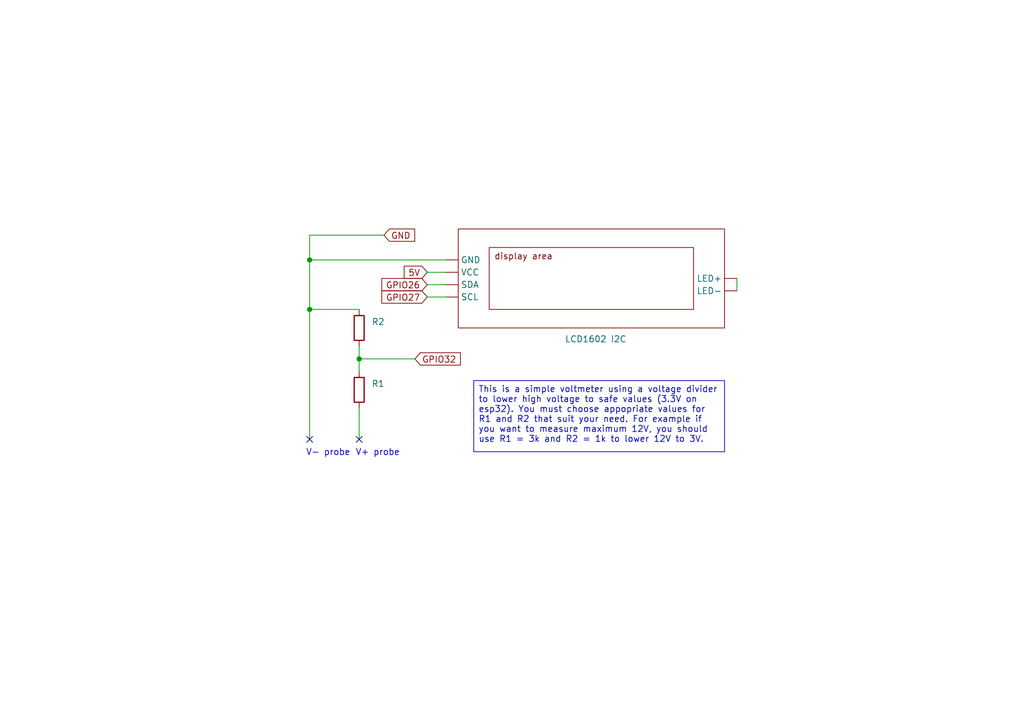
<source format=kicad_sch>
(kicad_sch (version 20250114) (generator "eeschema") (generator_version "9.0")
  (paper "A5")
  (lib_symbols
    (symbol "Device:R" (pin_numbers (hide yes)) (pin_names (offset 0))
      (property "Reference" "R" (at 2.032 0 90))
      (property "Value" "R" (at 0 0 90))
      (symbol "R_0_1"
        (rectangle (start -1.016 -2.54) (end 1.016 2.54) (stroke (width 0.254)))
      )
      (symbol "R_1_1"
        (pin passive line (at 0 3.81 270) (length 1.27) (name "~") (number "1"))
        (pin passive line (at 0 -3.81 90) (length 1.27) (name "~") (number "2"))
      )
    )
    (symbol "kicad-test:LCD1602_I2C"
      (property "Reference" "LCD1602 I2C" (at 16.002 0.762 0))
      (symbol "LCD1602_I2C_0_1"
        (rectangle (start -10.16 -1.27) (end 44.45 -21.59))
      )
      (symbol "LCD1602_I2C_1_1"
        (text_box "display area" (at -3.81 -5.08 0) (size 41.91 -12.7) (margins 1.016 1.016 1.016 1.016) (effects (font (size 1.27 1.27)) (justify left top)))
        (pin power_in line (at -12.7 -7.62 0) (length 2.54) (name "GND") (number ""))
        (pin power_in line (at -12.7 -10.16 0) (length 2.54) (name "VCC") (number ""))
        (pin bidirectional line (at -12.7 -12.7 0) (length 2.54) (name "SDA") (number ""))
        (pin input line (at -12.7 -15.24 0) (length 2.54) (name "SCL") (number ""))
        (pin passive line (at 46.99 -11.43 180) (length 2.54) (name "LED+") (number ""))
        (pin passive line (at 46.99 -13.97 180) (length 2.54) (name "LED-") (number ""))
      )
    )
  )
  (text "V- probe" (at 67.31 92.964 0) (effects (font (size 1.27 1.27))))
  (text "V+ probe" (at 77.47 92.964 0) (effects (font (size 1.27 1.27))))
  (text_box "This is a simple voltmeter using a voltage divider to lower high voltage to safe values (3.3V on esp32). You must choose appopriate values for R1 and R2 that suit your need. For example if you want to measure maximum 12V, you should use R1 = 3k and R2 = 1k to lower 12V to 3V." (at 97.155 78.105 0) (size 51.435 14.605) (margins 0.9525 0.9525 0.9525 0.9525) (effects (font (size 1.27 1.27)) (justify left top)))
  (junction (at 63.5 63.5))
  (junction (at 73.66 73.66))
  (junction (at 63.5 53.34))
  (no_connect (at 63.5 90.17))
  (no_connect (at 73.66 90.17))
  (wire (pts (xy 87.63 55.88) (xy 91.44 55.88)))
  (wire (pts (xy 63.5 63.5) (xy 63.5 90.17)))
  (wire (pts (xy 73.66 73.66) (xy 73.66 71.12)))
  (wire (pts (xy 63.5 53.34) (xy 63.5 63.5)))
  (wire (pts (xy 87.63 60.96) (xy 91.44 60.96)))
  (wire (pts (xy 73.66 83.82) (xy 73.66 90.17)))
  (wire (pts (xy 73.66 73.66) (xy 85.09 73.66)))
  (wire (pts (xy 63.5 53.34) (xy 91.44 53.34)))
  (wire (pts (xy 151.13 57.15) (xy 151.13 59.69)))
  (wire (pts (xy 87.63 58.42) (xy 91.44 58.42)))
  (wire (pts (xy 63.5 53.34) (xy 63.5 48.26)))
  (wire (pts (xy 63.5 63.5) (xy 73.66 63.5)))
  (wire (pts (xy 73.66 76.2) (xy 73.66 73.66)))
  (wire (pts (xy 63.5 48.26) (xy 78.74 48.26)))
  (global_label "GPIO32" (shape input) (at 85.09 73.66 0) (property "Intersheetrefs" "${INTERSHEET_REFS}" (effects (hide yes))))
  (global_label "5V" (shape input) (at 87.63 55.88 180) (property "Intersheetrefs" "${INTERSHEET_REFS}" (effects (hide yes))))
  (global_label "GPIO26" (shape input) (at 87.63 58.42 180) (property "Intersheetrefs" "${INTERSHEET_REFS}" (effects (hide yes))))
  (global_label "GPIO27" (shape input) (at 87.63 60.96 180) (property "Intersheetrefs" "${INTERSHEET_REFS}" (effects (hide yes))))
  (global_label "GND" (shape input) (at 78.74 48.26 0) (property "Intersheetrefs" "${INTERSHEET_REFS}" (effects (hide yes))))
  (symbol (lib_id "Device:R") (at 73.66 80.01 0) (unit 1)
    (property "Reference" "R1" (at 76.2 78.7399 0) (effects (justify left)))
    (property "Value" "R" (effects (hide yes)))
    (property "Description" "Resistor" (effects (hide yes)))
  )
  (symbol (lib_id "kicad-test:LCD1602_I2C") (at 104.14 45.72 0) (unit 1)
    (property "Reference" "LCD1602 I2C" (at 122.174 69.596 0))
  )
  (symbol (lib_id "Device:R") (at 73.66 67.31 0) (unit 1)
    (property "Reference" "R2" (at 76.2 66.0399 0) (effects (justify left)))
    (property "Value" "R" (effects (hide yes)))
    (property "Description" "Resistor" (effects (hide yes)))
  )
)
</source>
